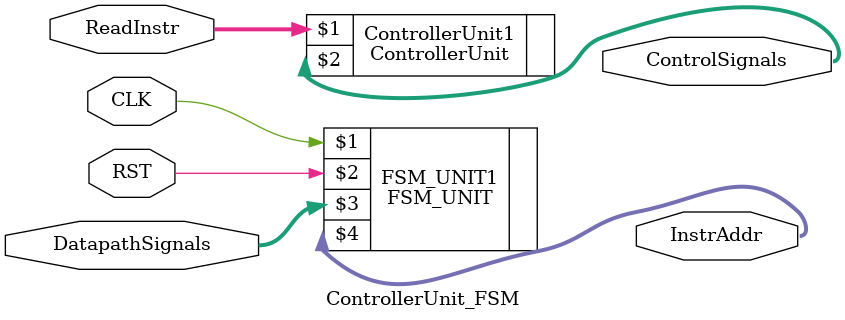
<source format=sv>
/*
CONTROLLER UNIT - FSM:
El siguiente módulo se encarga de interconectar la máquina de estados
finitos con la unidad de control.
*/

module ControllerUnit_FSM( input logic CLK,
									input logic RST,
									input logic [15:0] ReadInstr,
									input logic [2:0] DatapathSignals, //ALUFlags
									output logic [17:0] ControlSignals,
									output logic [7:0] InstrAddr
								 );
 
// Instanciación Máquina de estados finitos:
FSM_UNIT FSM_UNIT1(CLK, RST, DatapathSignals, InstrAddr);

// Instanciación Unidad de Control:
ControllerUnit ControllerUnit1(ReadInstr, ControlSignals);

endmodule

</source>
